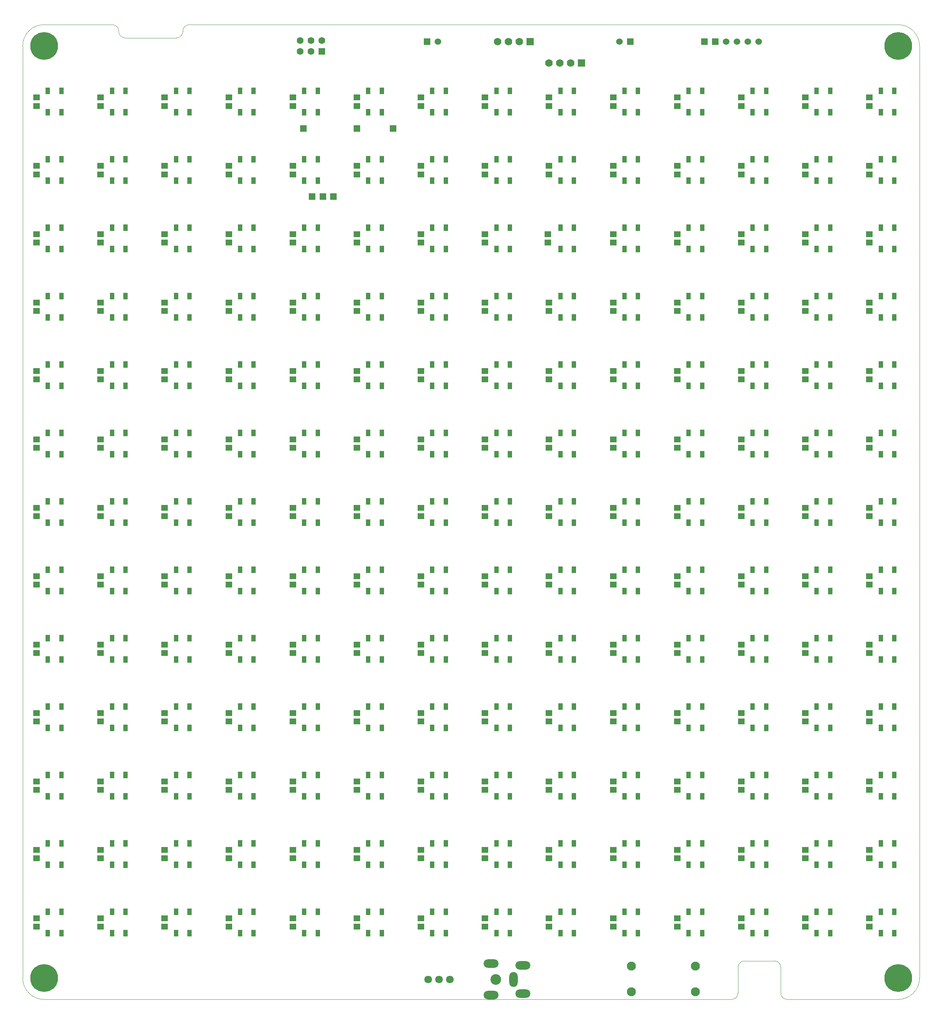
<source format=gbr>
%FSLAX46Y46*%
G04 Gerber Fmt 4.6, Leading zero omitted, Abs format (unit mm)*
G04 Created by KiCad (PCBNEW (2014-09-25 BZR 5147)-product) date Tuesday 14 October 2014 06:08:01 PM IST*
%MOMM*%
G01*
G04 APERTURE LIST*
%ADD10C,0.150000*%
%ADD11C,0.100000*%
%ADD12C,6.500000*%
%ADD13R,1.524000X1.524000*%
%ADD14O,2.000000X3.500000*%
%ADD15O,3.500000X2.000000*%
%ADD16C,2.500000*%
%ADD17C,2.100000*%
%ADD18R,1.600000X1.600000*%
%ADD19C,1.600000*%
%ADD20C,1.524000*%
%ADD21R,1.550000X1.350000*%
%ADD22R,1.016000X1.524000*%
%ADD23C,1.778000*%
%ADD24R,1.778000X1.778000*%
%ADD25C,1.800000*%
G04 APERTURE END LIST*
D10*
D11*
X220000000Y-269000000D02*
X59000000Y-269000000D01*
X233000000Y-269000000D02*
X259000000Y-269000000D01*
X231500000Y-261500000D02*
X231500000Y-267500000D01*
X221500000Y-267500000D02*
X221500000Y-261500000D01*
X231500000Y-267500000D02*
G75*
G03X233000000Y-269000000I1500000J0D01*
G74*
G01*
X220000000Y-269000000D02*
G75*
G03X221500000Y-267500000I0J1500000D01*
G74*
G01*
X231500000Y-261500000D02*
G75*
G03X230000000Y-260000000I-1500000J0D01*
G74*
G01*
X223000000Y-260000000D02*
G75*
G03X221500000Y-261500000I0J-1500000D01*
G74*
G01*
X264000000Y-46000000D02*
X264000000Y-264000000D01*
X93000000Y-41000000D02*
X259000000Y-41000000D01*
X75000000Y-41000000D02*
X59000000Y-41000000D01*
X76500000Y-42500000D02*
X76500000Y-42600000D01*
X76500000Y-42500000D02*
G75*
G03X75000000Y-41000000I-1500000J0D01*
G74*
G01*
X91500000Y-42500000D02*
X91500000Y-42600000D01*
X93000000Y-41000000D02*
G75*
G03X91500000Y-42500000I0J-1500000D01*
G74*
G01*
X90000000Y-44100000D02*
G75*
G03X91500000Y-42600000I0J1500000D01*
G74*
G01*
X76500000Y-42600000D02*
G75*
G03X78000000Y-44100000I1500000J0D01*
G74*
G01*
X84000000Y-44100000D02*
X90000000Y-44100000D01*
X84000000Y-44100000D02*
X78000000Y-44100000D01*
X54000000Y-264000000D02*
X54000000Y-46000000D01*
X259000000Y-269000000D02*
G75*
G03X264000000Y-264000000I0J5000000D01*
G74*
G01*
X264000000Y-46000000D02*
G75*
G03X259000000Y-41000000I-5000000J0D01*
G74*
G01*
X59000000Y-41000000D02*
G75*
G03X54000000Y-46000000I0J-5000000D01*
G74*
G01*
X54000000Y-264000000D02*
G75*
G03X59000000Y-269000000I5000000J0D01*
G74*
G01*
X230000000Y-260000000D02*
X223000000Y-260000000D01*
D12*
X259000000Y-264000000D03*
X59000000Y-264000000D03*
X259000000Y-46000000D03*
X59000000Y-46000000D03*
D13*
X121800000Y-81200000D03*
X124300000Y-81200000D03*
X126800000Y-81200000D03*
X140750000Y-65250000D03*
X132250000Y-65250000D03*
D14*
X168900000Y-264300000D03*
D15*
X171100000Y-261000000D03*
X171100000Y-267600000D03*
X163700000Y-260600000D03*
X163700000Y-268000000D03*
D16*
X164800000Y-264300000D03*
D17*
X211500000Y-261200000D03*
X211500000Y-267200000D03*
X196500000Y-261200000D03*
X196500000Y-267200000D03*
D18*
X124040000Y-47270000D03*
D19*
X124040000Y-44730000D03*
X121500000Y-47270000D03*
X121500000Y-44730000D03*
X118960000Y-47270000D03*
X118960000Y-44730000D03*
D13*
X148730000Y-45000000D03*
D20*
X151270000Y-45000000D03*
D13*
X196270000Y-45000000D03*
D20*
X193730000Y-45000000D03*
D21*
X252250000Y-250000000D03*
X252250000Y-252000000D03*
X237250000Y-250000000D03*
X237250000Y-252000000D03*
X222250000Y-250000000D03*
X222250000Y-252000000D03*
X207250000Y-250000000D03*
X207250000Y-252000000D03*
X192250000Y-250000000D03*
X192250000Y-252000000D03*
X177250000Y-250000000D03*
X177250000Y-252000000D03*
X162250000Y-250000000D03*
X162250000Y-252000000D03*
X147250000Y-250000000D03*
X147250000Y-252000000D03*
X132250000Y-250000000D03*
X132250000Y-252000000D03*
X117250000Y-250000000D03*
X117250000Y-252000000D03*
X102250000Y-250000000D03*
X102250000Y-252000000D03*
X87250000Y-250000000D03*
X87250000Y-252000000D03*
X72250000Y-250000000D03*
X72250000Y-252000000D03*
X57250000Y-250000000D03*
X57250000Y-252000000D03*
X252250000Y-234000000D03*
X252250000Y-236000000D03*
X237250000Y-234000000D03*
X237250000Y-236000000D03*
X222250000Y-234000000D03*
X222250000Y-236000000D03*
X207250000Y-234000000D03*
X207250000Y-236000000D03*
X192250000Y-234000000D03*
X192250000Y-236000000D03*
X177250000Y-234000000D03*
X177250000Y-236000000D03*
X162250000Y-234000000D03*
X162250000Y-236000000D03*
X147250000Y-234000000D03*
X147250000Y-236000000D03*
X132250000Y-234000000D03*
X132250000Y-236000000D03*
X117250000Y-234000000D03*
X117250000Y-236000000D03*
X102250000Y-234000000D03*
X102250000Y-236000000D03*
X87250000Y-234000000D03*
X87250000Y-236000000D03*
X72250000Y-234000000D03*
X72250000Y-236000000D03*
X57250000Y-234000000D03*
X57250000Y-236000000D03*
X252250000Y-218000000D03*
X252250000Y-220000000D03*
X237250000Y-218000000D03*
X237250000Y-220000000D03*
X222250000Y-218000000D03*
X222250000Y-220000000D03*
X207250000Y-218000000D03*
X207250000Y-220000000D03*
X192250000Y-218000000D03*
X192250000Y-220000000D03*
X177250000Y-218000000D03*
X177250000Y-220000000D03*
X162250000Y-218000000D03*
X162250000Y-220000000D03*
X147250000Y-218000000D03*
X147250000Y-220000000D03*
X132250000Y-218000000D03*
X132250000Y-220000000D03*
X117250000Y-218000000D03*
X117250000Y-220000000D03*
X102250000Y-218000000D03*
X102250000Y-220000000D03*
X87250000Y-218000000D03*
X87250000Y-220000000D03*
X72250000Y-218000000D03*
X72250000Y-220000000D03*
X57250000Y-218000000D03*
X57250000Y-220000000D03*
X252250000Y-202000000D03*
X252250000Y-204000000D03*
X237250000Y-202000000D03*
X237250000Y-204000000D03*
X222250000Y-202000000D03*
X222250000Y-204000000D03*
X207250000Y-202000000D03*
X207250000Y-204000000D03*
X192250000Y-202000000D03*
X192250000Y-204000000D03*
X177250000Y-202000000D03*
X177250000Y-204000000D03*
X162250000Y-202000000D03*
X162250000Y-204000000D03*
X147250000Y-202000000D03*
X147250000Y-204000000D03*
X132250000Y-202000000D03*
X132250000Y-204000000D03*
X117250000Y-202000000D03*
X117250000Y-204000000D03*
X102250000Y-202000000D03*
X102250000Y-204000000D03*
X87250000Y-202000000D03*
X87250000Y-204000000D03*
X72250000Y-202000000D03*
X72250000Y-204000000D03*
X57250000Y-202000000D03*
X57250000Y-204000000D03*
X252250000Y-186000000D03*
X252250000Y-188000000D03*
X237250000Y-186000000D03*
X237250000Y-188000000D03*
X222250000Y-186000000D03*
X222250000Y-188000000D03*
X207250000Y-186000000D03*
X207250000Y-188000000D03*
X192250000Y-186000000D03*
X192250000Y-188000000D03*
X177250000Y-186000000D03*
X177250000Y-188000000D03*
X162250000Y-186000000D03*
X162250000Y-188000000D03*
X147250000Y-186000000D03*
X147250000Y-188000000D03*
X132250000Y-186000000D03*
X132250000Y-188000000D03*
X117250000Y-186000000D03*
X117250000Y-188000000D03*
X102250000Y-186000000D03*
X102250000Y-188000000D03*
X87250000Y-186000000D03*
X87250000Y-188000000D03*
X72250000Y-186000000D03*
X72250000Y-188000000D03*
X57250000Y-186000000D03*
X57250000Y-188000000D03*
X252250000Y-170000000D03*
X252250000Y-172000000D03*
X237250000Y-170000000D03*
X237250000Y-172000000D03*
X222250000Y-170000000D03*
X222250000Y-172000000D03*
X207250000Y-170000000D03*
X207250000Y-172000000D03*
X192250000Y-170000000D03*
X192250000Y-172000000D03*
X177250000Y-170000000D03*
X177250000Y-172000000D03*
X162250000Y-170000000D03*
X162250000Y-172000000D03*
X147250000Y-170000000D03*
X147250000Y-172000000D03*
X132250000Y-170000000D03*
X132250000Y-172000000D03*
X117250000Y-170000000D03*
X117250000Y-172000000D03*
X102250000Y-170000000D03*
X102250000Y-172000000D03*
X87250000Y-170000000D03*
X87250000Y-172000000D03*
X72250000Y-170000000D03*
X72250000Y-172000000D03*
X57250000Y-170000000D03*
X57250000Y-172000000D03*
X252250000Y-154000000D03*
X252250000Y-156000000D03*
X237250000Y-154000000D03*
X237250000Y-156000000D03*
X222250000Y-154000000D03*
X222250000Y-156000000D03*
X207250000Y-154000000D03*
X207250000Y-156000000D03*
X192250000Y-154000000D03*
X192250000Y-156000000D03*
X177250000Y-154000000D03*
X177250000Y-156000000D03*
X162250000Y-154000000D03*
X162250000Y-156000000D03*
X147250000Y-154000000D03*
X147250000Y-156000000D03*
X132250000Y-154000000D03*
X132250000Y-156000000D03*
X117250000Y-154000000D03*
X117250000Y-156000000D03*
X102250000Y-154000000D03*
X102250000Y-156000000D03*
X87250000Y-154000000D03*
X87250000Y-156000000D03*
X72250000Y-154000000D03*
X72250000Y-156000000D03*
X57250000Y-154000000D03*
X57250000Y-156000000D03*
X252250000Y-138000000D03*
X252250000Y-140000000D03*
X237250000Y-138000000D03*
X237250000Y-140000000D03*
X222250000Y-138000000D03*
X222250000Y-140000000D03*
X207250000Y-138000000D03*
X207250000Y-140000000D03*
X192250000Y-138000000D03*
X192250000Y-140000000D03*
X177250000Y-138000000D03*
X177250000Y-140000000D03*
X162250000Y-138000000D03*
X162250000Y-140000000D03*
X147250000Y-138000000D03*
X147250000Y-140000000D03*
X132250000Y-138000000D03*
X132250000Y-140000000D03*
X117250000Y-138000000D03*
X117250000Y-140000000D03*
X102250000Y-138000000D03*
X102250000Y-140000000D03*
X87250000Y-138000000D03*
X87250000Y-140000000D03*
X72250000Y-138000000D03*
X72250000Y-140000000D03*
X57250000Y-138000000D03*
X57250000Y-140000000D03*
X252250000Y-122000000D03*
X252250000Y-124000000D03*
X237250000Y-122000000D03*
X237250000Y-124000000D03*
X222250000Y-122000000D03*
X222250000Y-124000000D03*
X207250000Y-122000000D03*
X207250000Y-124000000D03*
X192250000Y-122000000D03*
X192250000Y-124000000D03*
X177250000Y-122000000D03*
X177250000Y-124000000D03*
X162250000Y-122000000D03*
X162250000Y-124000000D03*
X147250000Y-122000000D03*
X147250000Y-124000000D03*
X132250000Y-122000000D03*
X132250000Y-124000000D03*
X117250000Y-122000000D03*
X117250000Y-124000000D03*
X102250000Y-122000000D03*
X102250000Y-124000000D03*
X87250000Y-122000000D03*
X87250000Y-124000000D03*
X72250000Y-122000000D03*
X72250000Y-124000000D03*
X57250000Y-122000000D03*
X57250000Y-124000000D03*
X252250000Y-106000000D03*
X252250000Y-108000000D03*
X237250000Y-106000000D03*
X237250000Y-108000000D03*
X222250000Y-106000000D03*
X222250000Y-108000000D03*
X207250000Y-106000000D03*
X207250000Y-108000000D03*
X192250000Y-106000000D03*
X192250000Y-108000000D03*
X177250000Y-106000000D03*
X177250000Y-108000000D03*
X162250000Y-106000000D03*
X162250000Y-108000000D03*
X147250000Y-106000000D03*
X147250000Y-108000000D03*
X132250000Y-106000000D03*
X132250000Y-108000000D03*
X117250000Y-106000000D03*
X117250000Y-108000000D03*
X102250000Y-106000000D03*
X102250000Y-108000000D03*
X87250000Y-106000000D03*
X87250000Y-108000000D03*
X72250000Y-106000000D03*
X72250000Y-108000000D03*
X57250000Y-106000000D03*
X57250000Y-108000000D03*
X252250000Y-90000000D03*
X252250000Y-92000000D03*
X237250000Y-90000000D03*
X237250000Y-92000000D03*
X222250000Y-90000000D03*
X222250000Y-92000000D03*
X207250000Y-90000000D03*
X207250000Y-92000000D03*
X192250000Y-90000000D03*
X192250000Y-92000000D03*
X177000000Y-90000000D03*
X177000000Y-92000000D03*
X162250000Y-90000000D03*
X162250000Y-92000000D03*
X147250000Y-90000000D03*
X147250000Y-92000000D03*
X132250000Y-90000000D03*
X132250000Y-92000000D03*
X117250000Y-90000000D03*
X117250000Y-92000000D03*
X102250000Y-90000000D03*
X102250000Y-92000000D03*
X87250000Y-90000000D03*
X87250000Y-92000000D03*
X72250000Y-90000000D03*
X72250000Y-92000000D03*
X57250000Y-90000000D03*
X57250000Y-92000000D03*
X252250000Y-74000000D03*
X252250000Y-76000000D03*
X237250000Y-74000000D03*
X237250000Y-76000000D03*
X222250000Y-74000000D03*
X222250000Y-76000000D03*
X207250000Y-74000000D03*
X207250000Y-76000000D03*
X192250000Y-74000000D03*
X192250000Y-76000000D03*
X177250000Y-74000000D03*
X177250000Y-76000000D03*
X162250000Y-74000000D03*
X162250000Y-76000000D03*
X147250000Y-74000000D03*
X147250000Y-76000000D03*
X132250000Y-74000000D03*
X132250000Y-76000000D03*
X117250000Y-74000000D03*
X117250000Y-76000000D03*
X102250000Y-74000000D03*
X102250000Y-76000000D03*
X87250000Y-74000000D03*
X87250000Y-76000000D03*
X72250000Y-74000000D03*
X72250000Y-76000000D03*
X57250000Y-74000000D03*
X57250000Y-76000000D03*
X252250000Y-58000000D03*
X252250000Y-60000000D03*
X237250000Y-58000000D03*
X237250000Y-60000000D03*
X222250000Y-58000000D03*
X222250000Y-60000000D03*
X207250000Y-58000000D03*
X207250000Y-60000000D03*
X192250000Y-58000000D03*
X192250000Y-60000000D03*
X177250000Y-58000000D03*
X177250000Y-60000000D03*
X162250000Y-58000000D03*
X162250000Y-60000000D03*
X147250000Y-58000000D03*
X147250000Y-60000000D03*
X132250000Y-58000000D03*
X132250000Y-60000000D03*
X117250000Y-58000000D03*
X117250000Y-60000000D03*
X102250000Y-58000000D03*
X102250000Y-60000000D03*
X87250000Y-58000000D03*
X87250000Y-60000000D03*
X72250000Y-58000000D03*
X72250000Y-60000000D03*
X57250000Y-58000000D03*
X57250000Y-60000000D03*
D22*
X138087500Y-72523500D03*
X134912500Y-72523500D03*
X134912500Y-77476500D03*
X138087500Y-77476500D03*
X258087500Y-248523500D03*
X254912500Y-248523500D03*
X254912500Y-253476500D03*
X258087500Y-253476500D03*
X243087500Y-248523500D03*
X239912500Y-248523500D03*
X239912500Y-253476500D03*
X243087500Y-253476500D03*
X228087500Y-248523500D03*
X224912500Y-248523500D03*
X224912500Y-253476500D03*
X228087500Y-253476500D03*
X213087500Y-248523500D03*
X209912500Y-248523500D03*
X209912500Y-253476500D03*
X213087500Y-253476500D03*
X198087500Y-248523500D03*
X194912500Y-248523500D03*
X194912500Y-253476500D03*
X198087500Y-253476500D03*
X183087500Y-248523500D03*
X179912500Y-248523500D03*
X179912500Y-253476500D03*
X183087500Y-253476500D03*
X168087500Y-248523500D03*
X164912500Y-248523500D03*
X164912500Y-253476500D03*
X168087500Y-253476500D03*
X153087500Y-248523500D03*
X149912500Y-248523500D03*
X149912500Y-253476500D03*
X153087500Y-253476500D03*
X138087500Y-248523500D03*
X134912500Y-248523500D03*
X134912500Y-253476500D03*
X138087500Y-253476500D03*
X123087500Y-248523500D03*
X119912500Y-248523500D03*
X119912500Y-253476500D03*
X123087500Y-253476500D03*
X108087500Y-248523500D03*
X104912500Y-248523500D03*
X104912500Y-253476500D03*
X108087500Y-253476500D03*
X93087500Y-248523500D03*
X89912500Y-248523500D03*
X89912500Y-253476500D03*
X93087500Y-253476500D03*
X78087500Y-248523500D03*
X74912500Y-248523500D03*
X74912500Y-253476500D03*
X78087500Y-253476500D03*
X63087500Y-248523500D03*
X59912500Y-248523500D03*
X59912500Y-253476500D03*
X63087500Y-253476500D03*
X258087500Y-232523500D03*
X254912500Y-232523500D03*
X254912500Y-237476500D03*
X258087500Y-237476500D03*
X243087500Y-232523500D03*
X239912500Y-232523500D03*
X239912500Y-237476500D03*
X243087500Y-237476500D03*
X228087500Y-232523500D03*
X224912500Y-232523500D03*
X224912500Y-237476500D03*
X228087500Y-237476500D03*
X213087500Y-232523500D03*
X209912500Y-232523500D03*
X209912500Y-237476500D03*
X213087500Y-237476500D03*
X198087500Y-232523500D03*
X194912500Y-232523500D03*
X194912500Y-237476500D03*
X198087500Y-237476500D03*
X183087500Y-232523500D03*
X179912500Y-232523500D03*
X179912500Y-237476500D03*
X183087500Y-237476500D03*
X168087500Y-232523500D03*
X164912500Y-232523500D03*
X164912500Y-237476500D03*
X168087500Y-237476500D03*
X153087500Y-232523500D03*
X149912500Y-232523500D03*
X149912500Y-237476500D03*
X153087500Y-237476500D03*
X138087500Y-232523500D03*
X134912500Y-232523500D03*
X134912500Y-237476500D03*
X138087500Y-237476500D03*
X123087500Y-232523500D03*
X119912500Y-232523500D03*
X119912500Y-237476500D03*
X123087500Y-237476500D03*
X108087500Y-232523500D03*
X104912500Y-232523500D03*
X104912500Y-237476500D03*
X108087500Y-237476500D03*
X93087500Y-232523500D03*
X89912500Y-232523500D03*
X89912500Y-237476500D03*
X93087500Y-237476500D03*
X78087500Y-232523500D03*
X74912500Y-232523500D03*
X74912500Y-237476500D03*
X78087500Y-237476500D03*
X63087500Y-232523500D03*
X59912500Y-232523500D03*
X59912500Y-237476500D03*
X63087500Y-237476500D03*
X258087500Y-216523500D03*
X254912500Y-216523500D03*
X254912500Y-221476500D03*
X258087500Y-221476500D03*
X243087500Y-216523500D03*
X239912500Y-216523500D03*
X239912500Y-221476500D03*
X243087500Y-221476500D03*
X228087500Y-216523500D03*
X224912500Y-216523500D03*
X224912500Y-221476500D03*
X228087500Y-221476500D03*
X213087500Y-216523500D03*
X209912500Y-216523500D03*
X209912500Y-221476500D03*
X213087500Y-221476500D03*
X198087500Y-216523500D03*
X194912500Y-216523500D03*
X194912500Y-221476500D03*
X198087500Y-221476500D03*
X183087500Y-216523500D03*
X179912500Y-216523500D03*
X179912500Y-221476500D03*
X183087500Y-221476500D03*
X168087500Y-216523500D03*
X164912500Y-216523500D03*
X164912500Y-221476500D03*
X168087500Y-221476500D03*
X153087500Y-216523500D03*
X149912500Y-216523500D03*
X149912500Y-221476500D03*
X153087500Y-221476500D03*
X138087500Y-216523500D03*
X134912500Y-216523500D03*
X134912500Y-221476500D03*
X138087500Y-221476500D03*
X123087500Y-216523500D03*
X119912500Y-216523500D03*
X119912500Y-221476500D03*
X123087500Y-221476500D03*
X108087500Y-216523500D03*
X104912500Y-216523500D03*
X104912500Y-221476500D03*
X108087500Y-221476500D03*
X93087500Y-216523500D03*
X89912500Y-216523500D03*
X89912500Y-221476500D03*
X93087500Y-221476500D03*
X78087500Y-216523500D03*
X74912500Y-216523500D03*
X74912500Y-221476500D03*
X78087500Y-221476500D03*
X63087500Y-216523500D03*
X59912500Y-216523500D03*
X59912500Y-221476500D03*
X63087500Y-221476500D03*
X258087500Y-200523500D03*
X254912500Y-200523500D03*
X254912500Y-205476500D03*
X258087500Y-205476500D03*
X243087500Y-200523500D03*
X239912500Y-200523500D03*
X239912500Y-205476500D03*
X243087500Y-205476500D03*
X228087500Y-200523500D03*
X224912500Y-200523500D03*
X224912500Y-205476500D03*
X228087500Y-205476500D03*
X213087500Y-200523500D03*
X209912500Y-200523500D03*
X209912500Y-205476500D03*
X213087500Y-205476500D03*
X198087500Y-200523500D03*
X194912500Y-200523500D03*
X194912500Y-205476500D03*
X198087500Y-205476500D03*
X183087500Y-200523500D03*
X179912500Y-200523500D03*
X179912500Y-205476500D03*
X183087500Y-205476500D03*
X168087500Y-200523500D03*
X164912500Y-200523500D03*
X164912500Y-205476500D03*
X168087500Y-205476500D03*
X153087500Y-200523500D03*
X149912500Y-200523500D03*
X149912500Y-205476500D03*
X153087500Y-205476500D03*
X138087500Y-200523500D03*
X134912500Y-200523500D03*
X134912500Y-205476500D03*
X138087500Y-205476500D03*
X123087500Y-200523500D03*
X119912500Y-200523500D03*
X119912500Y-205476500D03*
X123087500Y-205476500D03*
X108087500Y-200523500D03*
X104912500Y-200523500D03*
X104912500Y-205476500D03*
X108087500Y-205476500D03*
X93087500Y-200523500D03*
X89912500Y-200523500D03*
X89912500Y-205476500D03*
X93087500Y-205476500D03*
X78087500Y-200523500D03*
X74912500Y-200523500D03*
X74912500Y-205476500D03*
X78087500Y-205476500D03*
X63087500Y-200523500D03*
X59912500Y-200523500D03*
X59912500Y-205476500D03*
X63087500Y-205476500D03*
X258087500Y-184523500D03*
X254912500Y-184523500D03*
X254912500Y-189476500D03*
X258087500Y-189476500D03*
X243087500Y-184523500D03*
X239912500Y-184523500D03*
X239912500Y-189476500D03*
X243087500Y-189476500D03*
X228087500Y-184523500D03*
X224912500Y-184523500D03*
X224912500Y-189476500D03*
X228087500Y-189476500D03*
X213087500Y-184523500D03*
X209912500Y-184523500D03*
X209912500Y-189476500D03*
X213087500Y-189476500D03*
X198087500Y-184523500D03*
X194912500Y-184523500D03*
X194912500Y-189476500D03*
X198087500Y-189476500D03*
X183087500Y-184523500D03*
X179912500Y-184523500D03*
X179912500Y-189476500D03*
X183087500Y-189476500D03*
X168087500Y-184523500D03*
X164912500Y-184523500D03*
X164912500Y-189476500D03*
X168087500Y-189476500D03*
X153087500Y-184523500D03*
X149912500Y-184523500D03*
X149912500Y-189476500D03*
X153087500Y-189476500D03*
X138087500Y-184523500D03*
X134912500Y-184523500D03*
X134912500Y-189476500D03*
X138087500Y-189476500D03*
X123087500Y-184523500D03*
X119912500Y-184523500D03*
X119912500Y-189476500D03*
X123087500Y-189476500D03*
X108087500Y-184523500D03*
X104912500Y-184523500D03*
X104912500Y-189476500D03*
X108087500Y-189476500D03*
X93087500Y-184523500D03*
X89912500Y-184523500D03*
X89912500Y-189476500D03*
X93087500Y-189476500D03*
X78087500Y-184523500D03*
X74912500Y-184523500D03*
X74912500Y-189476500D03*
X78087500Y-189476500D03*
X63087500Y-184523500D03*
X59912500Y-184523500D03*
X59912500Y-189476500D03*
X63087500Y-189476500D03*
X258087500Y-168523500D03*
X254912500Y-168523500D03*
X254912500Y-173476500D03*
X258087500Y-173476500D03*
X243087500Y-168523500D03*
X239912500Y-168523500D03*
X239912500Y-173476500D03*
X243087500Y-173476500D03*
X228087500Y-168523500D03*
X224912500Y-168523500D03*
X224912500Y-173476500D03*
X228087500Y-173476500D03*
X213087500Y-168523500D03*
X209912500Y-168523500D03*
X209912500Y-173476500D03*
X213087500Y-173476500D03*
X198087500Y-168523500D03*
X194912500Y-168523500D03*
X194912500Y-173476500D03*
X198087500Y-173476500D03*
X183087500Y-168523500D03*
X179912500Y-168523500D03*
X179912500Y-173476500D03*
X183087500Y-173476500D03*
X168087500Y-168523500D03*
X164912500Y-168523500D03*
X164912500Y-173476500D03*
X168087500Y-173476500D03*
X153087500Y-168523500D03*
X149912500Y-168523500D03*
X149912500Y-173476500D03*
X153087500Y-173476500D03*
X138087500Y-168523500D03*
X134912500Y-168523500D03*
X134912500Y-173476500D03*
X138087500Y-173476500D03*
X123087500Y-168523500D03*
X119912500Y-168523500D03*
X119912500Y-173476500D03*
X123087500Y-173476500D03*
X108087500Y-168523500D03*
X104912500Y-168523500D03*
X104912500Y-173476500D03*
X108087500Y-173476500D03*
X93087500Y-168523500D03*
X89912500Y-168523500D03*
X89912500Y-173476500D03*
X93087500Y-173476500D03*
X78087500Y-168523500D03*
X74912500Y-168523500D03*
X74912500Y-173476500D03*
X78087500Y-173476500D03*
X63087500Y-168523500D03*
X59912500Y-168523500D03*
X59912500Y-173476500D03*
X63087500Y-173476500D03*
X258087500Y-152523500D03*
X254912500Y-152523500D03*
X254912500Y-157476500D03*
X258087500Y-157476500D03*
X243087500Y-152523500D03*
X239912500Y-152523500D03*
X239912500Y-157476500D03*
X243087500Y-157476500D03*
X228087500Y-152523500D03*
X224912500Y-152523500D03*
X224912500Y-157476500D03*
X228087500Y-157476500D03*
X213087500Y-152523500D03*
X209912500Y-152523500D03*
X209912500Y-157476500D03*
X213087500Y-157476500D03*
X198087500Y-152523500D03*
X194912500Y-152523500D03*
X194912500Y-157476500D03*
X198087500Y-157476500D03*
X183087500Y-152523500D03*
X179912500Y-152523500D03*
X179912500Y-157476500D03*
X183087500Y-157476500D03*
X168087500Y-152523500D03*
X164912500Y-152523500D03*
X164912500Y-157476500D03*
X168087500Y-157476500D03*
X153087500Y-152523500D03*
X149912500Y-152523500D03*
X149912500Y-157476500D03*
X153087500Y-157476500D03*
X138087500Y-152523500D03*
X134912500Y-152523500D03*
X134912500Y-157476500D03*
X138087500Y-157476500D03*
X123087500Y-152523500D03*
X119912500Y-152523500D03*
X119912500Y-157476500D03*
X123087500Y-157476500D03*
X108087500Y-152523500D03*
X104912500Y-152523500D03*
X104912500Y-157476500D03*
X108087500Y-157476500D03*
X93087500Y-152523500D03*
X89912500Y-152523500D03*
X89912500Y-157476500D03*
X93087500Y-157476500D03*
X78087500Y-152523500D03*
X74912500Y-152523500D03*
X74912500Y-157476500D03*
X78087500Y-157476500D03*
X63087500Y-152523500D03*
X59912500Y-152523500D03*
X59912500Y-157476500D03*
X63087500Y-157476500D03*
X258087500Y-136523500D03*
X254912500Y-136523500D03*
X254912500Y-141476500D03*
X258087500Y-141476500D03*
X243087500Y-136523500D03*
X239912500Y-136523500D03*
X239912500Y-141476500D03*
X243087500Y-141476500D03*
X228087500Y-136523500D03*
X224912500Y-136523500D03*
X224912500Y-141476500D03*
X228087500Y-141476500D03*
X213087500Y-136523500D03*
X209912500Y-136523500D03*
X209912500Y-141476500D03*
X213087500Y-141476500D03*
X198087500Y-136523500D03*
X194912500Y-136523500D03*
X194912500Y-141476500D03*
X198087500Y-141476500D03*
X183087500Y-136523500D03*
X179912500Y-136523500D03*
X179912500Y-141476500D03*
X183087500Y-141476500D03*
X168087500Y-136523500D03*
X164912500Y-136523500D03*
X164912500Y-141476500D03*
X168087500Y-141476500D03*
X153087500Y-136523500D03*
X149912500Y-136523500D03*
X149912500Y-141476500D03*
X153087500Y-141476500D03*
X138087500Y-136523500D03*
X134912500Y-136523500D03*
X134912500Y-141476500D03*
X138087500Y-141476500D03*
X123087500Y-136523500D03*
X119912500Y-136523500D03*
X119912500Y-141476500D03*
X123087500Y-141476500D03*
X108087500Y-136523500D03*
X104912500Y-136523500D03*
X104912500Y-141476500D03*
X108087500Y-141476500D03*
X93087500Y-136523500D03*
X89912500Y-136523500D03*
X89912500Y-141476500D03*
X93087500Y-141476500D03*
X78087500Y-136523500D03*
X74912500Y-136523500D03*
X74912500Y-141476500D03*
X78087500Y-141476500D03*
X63087500Y-136523500D03*
X59912500Y-136523500D03*
X59912500Y-141476500D03*
X63087500Y-141476500D03*
X258087500Y-120523500D03*
X254912500Y-120523500D03*
X254912500Y-125476500D03*
X258087500Y-125476500D03*
X243087500Y-120523500D03*
X239912500Y-120523500D03*
X239912500Y-125476500D03*
X243087500Y-125476500D03*
X228087500Y-120523500D03*
X224912500Y-120523500D03*
X224912500Y-125476500D03*
X228087500Y-125476500D03*
X213087500Y-120523500D03*
X209912500Y-120523500D03*
X209912500Y-125476500D03*
X213087500Y-125476500D03*
X198087500Y-120523500D03*
X194912500Y-120523500D03*
X194912500Y-125476500D03*
X198087500Y-125476500D03*
X183087500Y-120523500D03*
X179912500Y-120523500D03*
X179912500Y-125476500D03*
X183087500Y-125476500D03*
X168087500Y-120523500D03*
X164912500Y-120523500D03*
X164912500Y-125476500D03*
X168087500Y-125476500D03*
X153087500Y-120523500D03*
X149912500Y-120523500D03*
X149912500Y-125476500D03*
X153087500Y-125476500D03*
X138087500Y-120523500D03*
X134912500Y-120523500D03*
X134912500Y-125476500D03*
X138087500Y-125476500D03*
X123087500Y-120523500D03*
X119912500Y-120523500D03*
X119912500Y-125476500D03*
X123087500Y-125476500D03*
X108087500Y-120523500D03*
X104912500Y-120523500D03*
X104912500Y-125476500D03*
X108087500Y-125476500D03*
X93087500Y-120523500D03*
X89912500Y-120523500D03*
X89912500Y-125476500D03*
X93087500Y-125476500D03*
X78087500Y-120523500D03*
X74912500Y-120523500D03*
X74912500Y-125476500D03*
X78087500Y-125476500D03*
X63087500Y-120523500D03*
X59912500Y-120523500D03*
X59912500Y-125476500D03*
X63087500Y-125476500D03*
X258087500Y-104523500D03*
X254912500Y-104523500D03*
X254912500Y-109476500D03*
X258087500Y-109476500D03*
X243087500Y-104523500D03*
X239912500Y-104523500D03*
X239912500Y-109476500D03*
X243087500Y-109476500D03*
X228087500Y-104523500D03*
X224912500Y-104523500D03*
X224912500Y-109476500D03*
X228087500Y-109476500D03*
X213087500Y-104523500D03*
X209912500Y-104523500D03*
X209912500Y-109476500D03*
X213087500Y-109476500D03*
X198087500Y-104523500D03*
X194912500Y-104523500D03*
X194912500Y-109476500D03*
X198087500Y-109476500D03*
X183087500Y-104523500D03*
X179912500Y-104523500D03*
X179912500Y-109476500D03*
X183087500Y-109476500D03*
X168087500Y-104523500D03*
X164912500Y-104523500D03*
X164912500Y-109476500D03*
X168087500Y-109476500D03*
X153087500Y-104523500D03*
X149912500Y-104523500D03*
X149912500Y-109476500D03*
X153087500Y-109476500D03*
X138087500Y-104523500D03*
X134912500Y-104523500D03*
X134912500Y-109476500D03*
X138087500Y-109476500D03*
X123087500Y-104523500D03*
X119912500Y-104523500D03*
X119912500Y-109476500D03*
X123087500Y-109476500D03*
X108087500Y-104523500D03*
X104912500Y-104523500D03*
X104912500Y-109476500D03*
X108087500Y-109476500D03*
X93087500Y-104523500D03*
X89912500Y-104523500D03*
X89912500Y-109476500D03*
X93087500Y-109476500D03*
X78087500Y-104523500D03*
X74912500Y-104523500D03*
X74912500Y-109476500D03*
X78087500Y-109476500D03*
X63087500Y-104523500D03*
X59912500Y-104523500D03*
X59912500Y-109476500D03*
X63087500Y-109476500D03*
X258087500Y-88523500D03*
X254912500Y-88523500D03*
X254912500Y-93476500D03*
X258087500Y-93476500D03*
X243087500Y-88523500D03*
X239912500Y-88523500D03*
X239912500Y-93476500D03*
X243087500Y-93476500D03*
X228087500Y-88523500D03*
X224912500Y-88523500D03*
X224912500Y-93476500D03*
X228087500Y-93476500D03*
X213087500Y-88523500D03*
X209912500Y-88523500D03*
X209912500Y-93476500D03*
X213087500Y-93476500D03*
X198087500Y-88523500D03*
X194912500Y-88523500D03*
X194912500Y-93476500D03*
X198087500Y-93476500D03*
X183087500Y-88523500D03*
X179912500Y-88523500D03*
X179912500Y-93476500D03*
X183087500Y-93476500D03*
X168087500Y-88523500D03*
X164912500Y-88523500D03*
X164912500Y-93476500D03*
X168087500Y-93476500D03*
X153087500Y-88523500D03*
X149912500Y-88523500D03*
X149912500Y-93476500D03*
X153087500Y-93476500D03*
X138087500Y-88523500D03*
X134912500Y-88523500D03*
X134912500Y-93476500D03*
X138087500Y-93476500D03*
X123087500Y-88523500D03*
X119912500Y-88523500D03*
X119912500Y-93476500D03*
X123087500Y-93476500D03*
X108087500Y-88523500D03*
X104912500Y-88523500D03*
X104912500Y-93476500D03*
X108087500Y-93476500D03*
X93087500Y-88523500D03*
X89912500Y-88523500D03*
X89912500Y-93476500D03*
X93087500Y-93476500D03*
X78087500Y-88523500D03*
X74912500Y-88523500D03*
X74912500Y-93476500D03*
X78087500Y-93476500D03*
X63087500Y-88523500D03*
X59912500Y-88523500D03*
X59912500Y-93476500D03*
X63087500Y-93476500D03*
X258087500Y-72523500D03*
X254912500Y-72523500D03*
X254912500Y-77476500D03*
X258087500Y-77476500D03*
X243087500Y-72523500D03*
X239912500Y-72523500D03*
X239912500Y-77476500D03*
X243087500Y-77476500D03*
X228087500Y-72523500D03*
X224912500Y-72523500D03*
X224912500Y-77476500D03*
X228087500Y-77476500D03*
X213087500Y-72523500D03*
X209912500Y-72523500D03*
X209912500Y-77476500D03*
X213087500Y-77476500D03*
X198087500Y-72523500D03*
X194912500Y-72523500D03*
X194912500Y-77476500D03*
X198087500Y-77476500D03*
X183087500Y-72523500D03*
X179912500Y-72523500D03*
X179912500Y-77476500D03*
X183087500Y-77476500D03*
X168087500Y-72523500D03*
X164912500Y-72523500D03*
X164912500Y-77476500D03*
X168087500Y-77476500D03*
X153087500Y-72523500D03*
X149912500Y-72523500D03*
X149912500Y-77476500D03*
X153087500Y-77476500D03*
X123087500Y-72523500D03*
X119912500Y-72523500D03*
X119912500Y-77476500D03*
X123087500Y-77476500D03*
X108087500Y-72523500D03*
X104912500Y-72523500D03*
X104912500Y-77476500D03*
X108087500Y-77476500D03*
X93087500Y-72523500D03*
X89912500Y-72523500D03*
X89912500Y-77476500D03*
X93087500Y-77476500D03*
X78087500Y-72523500D03*
X74912500Y-72523500D03*
X74912500Y-77476500D03*
X78087500Y-77476500D03*
X63087500Y-72523500D03*
X59912500Y-72523500D03*
X59912500Y-77476500D03*
X63087500Y-77476500D03*
X258087500Y-56523500D03*
X254912500Y-56523500D03*
X254912500Y-61476500D03*
X258087500Y-61476500D03*
X243087500Y-56523500D03*
X239912500Y-56523500D03*
X239912500Y-61476500D03*
X243087500Y-61476500D03*
X228087500Y-56523500D03*
X224912500Y-56523500D03*
X224912500Y-61476500D03*
X228087500Y-61476500D03*
X213087500Y-56523500D03*
X209912500Y-56523500D03*
X209912500Y-61476500D03*
X213087500Y-61476500D03*
X198087500Y-56523500D03*
X194912500Y-56523500D03*
X194912500Y-61476500D03*
X198087500Y-61476500D03*
X183087500Y-56523500D03*
X179912500Y-56523500D03*
X179912500Y-61476500D03*
X183087500Y-61476500D03*
X168087500Y-56523500D03*
X164912500Y-56523500D03*
X164912500Y-61476500D03*
X168087500Y-61476500D03*
X153087500Y-56523500D03*
X149912500Y-56523500D03*
X149912500Y-61476500D03*
X153087500Y-61476500D03*
X138087500Y-56523500D03*
X134912500Y-56523500D03*
X134912500Y-61476500D03*
X138087500Y-61476500D03*
X123087500Y-56523500D03*
X119912500Y-56523500D03*
X119912500Y-61476500D03*
X123087500Y-61476500D03*
X108087500Y-56523500D03*
X104912500Y-56523500D03*
X104912500Y-61476500D03*
X108087500Y-61476500D03*
X93087500Y-56523500D03*
X89912500Y-56523500D03*
X89912500Y-61476500D03*
X93087500Y-61476500D03*
X78087500Y-56523500D03*
X74912500Y-56523500D03*
X74912500Y-61476500D03*
X78087500Y-61476500D03*
X63087500Y-56523500D03*
X59912500Y-56523500D03*
X59912500Y-61476500D03*
X63087500Y-61476500D03*
D13*
X213650000Y-45000000D03*
X216190000Y-45000000D03*
D20*
X218730000Y-45000000D03*
X221270000Y-45000000D03*
X223810000Y-45000000D03*
X226350000Y-45000000D03*
D23*
X165190000Y-45000000D03*
X167730000Y-45000000D03*
X170270000Y-45000000D03*
D24*
X172810000Y-45000000D03*
D23*
X177190000Y-50000000D03*
X179730000Y-50000000D03*
X182270000Y-50000000D03*
D24*
X184810000Y-50000000D03*
D13*
X119750000Y-65250000D03*
D25*
X148960000Y-264300000D03*
X151500000Y-264300000D03*
X154040000Y-264300000D03*
M02*

</source>
